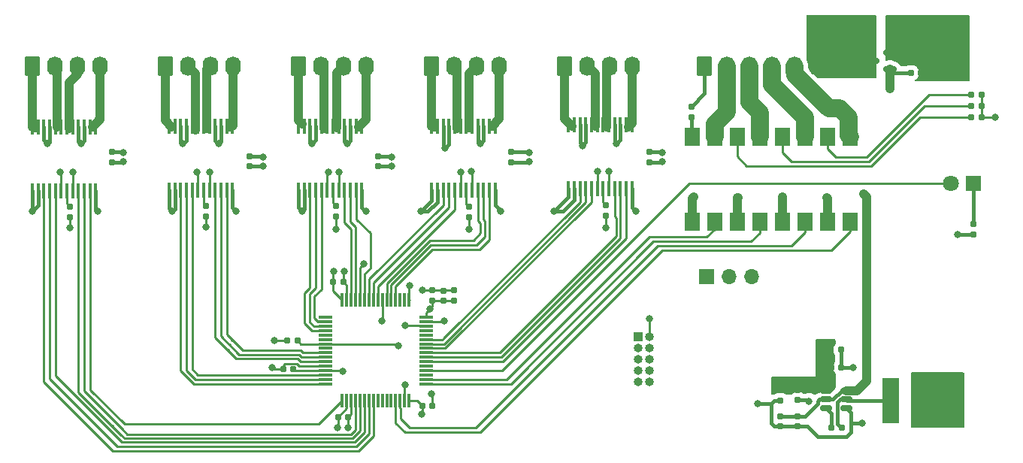
<source format=gbr>
%TF.GenerationSoftware,KiCad,Pcbnew,(5.99.0-8593-g9f18fee124)*%
%TF.CreationDate,2021-02-26T16:48:12-06:00*%
%TF.ProjectId,EE223_Design,45453232-335f-4446-9573-69676e2e6b69,rev?*%
%TF.SameCoordinates,Original*%
%TF.FileFunction,Copper,L1,Top*%
%TF.FilePolarity,Positive*%
%FSLAX46Y46*%
G04 Gerber Fmt 4.6, Leading zero omitted, Abs format (unit mm)*
G04 Created by KiCad (PCBNEW (5.99.0-8593-g9f18fee124)) date 2021-02-26 16:48:12*
%MOMM*%
%LPD*%
G01*
G04 APERTURE LIST*
G04 Aperture macros list*
%AMRoundRect*
0 Rectangle with rounded corners*
0 $1 Rounding radius*
0 $2 $3 $4 $5 $6 $7 $8 $9 X,Y pos of 4 corners*
0 Add a 4 corners polygon primitive as box body*
4,1,4,$2,$3,$4,$5,$6,$7,$8,$9,$2,$3,0*
0 Add four circle primitives for the rounded corners*
1,1,$1+$1,$2,$3*
1,1,$1+$1,$4,$5*
1,1,$1+$1,$6,$7*
1,1,$1+$1,$8,$9*
0 Add four rect primitives between the rounded corners*
20,1,$1+$1,$2,$3,$4,$5,0*
20,1,$1+$1,$4,$5,$6,$7,0*
20,1,$1+$1,$6,$7,$8,$9,0*
20,1,$1+$1,$8,$9,$2,$3,0*%
G04 Aperture macros list end*
%TA.AperFunction,ComponentPad*%
%ADD10RoundRect,0.250000X-0.620000X-0.845000X0.620000X-0.845000X0.620000X0.845000X-0.620000X0.845000X0*%
%TD*%
%TA.AperFunction,ComponentPad*%
%ADD11O,1.740000X2.190000*%
%TD*%
%TA.AperFunction,SMDPad,CuDef*%
%ADD12RoundRect,0.155000X0.155000X-0.212500X0.155000X0.212500X-0.155000X0.212500X-0.155000X-0.212500X0*%
%TD*%
%TA.AperFunction,SMDPad,CuDef*%
%ADD13RoundRect,0.150000X0.587500X0.150000X-0.587500X0.150000X-0.587500X-0.150000X0.587500X-0.150000X0*%
%TD*%
%TA.AperFunction,SMDPad,CuDef*%
%ADD14RoundRect,0.160000X0.160000X-0.197500X0.160000X0.197500X-0.160000X0.197500X-0.160000X-0.197500X0*%
%TD*%
%TA.AperFunction,SMDPad,CuDef*%
%ADD15RoundRect,0.155000X-0.155000X0.212500X-0.155000X-0.212500X0.155000X-0.212500X0.155000X0.212500X0*%
%TD*%
%TA.AperFunction,SMDPad,CuDef*%
%ADD16RoundRect,0.155000X-0.212500X-0.155000X0.212500X-0.155000X0.212500X0.155000X-0.212500X0.155000X0*%
%TD*%
%TA.AperFunction,SMDPad,CuDef*%
%ADD17RoundRect,0.160000X-0.197500X-0.160000X0.197500X-0.160000X0.197500X0.160000X-0.197500X0.160000X0*%
%TD*%
%TA.AperFunction,SMDPad,CuDef*%
%ADD18RoundRect,0.155000X0.212500X0.155000X-0.212500X0.155000X-0.212500X-0.155000X0.212500X-0.155000X0*%
%TD*%
%TA.AperFunction,SMDPad,CuDef*%
%ADD19R,1.780000X2.000000*%
%TD*%
%TA.AperFunction,SMDPad,CuDef*%
%ADD20R,0.450000X1.750000*%
%TD*%
%TA.AperFunction,SMDPad,CuDef*%
%ADD21RoundRect,0.150000X0.512500X0.150000X-0.512500X0.150000X-0.512500X-0.150000X0.512500X-0.150000X0*%
%TD*%
%TA.AperFunction,ComponentPad*%
%ADD22R,1.000000X1.000000*%
%TD*%
%TA.AperFunction,ComponentPad*%
%ADD23O,1.000000X1.000000*%
%TD*%
%TA.AperFunction,SMDPad,CuDef*%
%ADD24RoundRect,0.160000X0.197500X0.160000X-0.197500X0.160000X-0.197500X-0.160000X0.197500X-0.160000X0*%
%TD*%
%TA.AperFunction,ComponentPad*%
%ADD25R,1.700000X1.700000*%
%TD*%
%TA.AperFunction,ComponentPad*%
%ADD26O,1.700000X1.700000*%
%TD*%
%TA.AperFunction,SMDPad,CuDef*%
%ADD27R,1.900000X5.100000*%
%TD*%
%TA.AperFunction,SMDPad,CuDef*%
%ADD28RoundRect,0.075000X-0.700000X-0.075000X0.700000X-0.075000X0.700000X0.075000X-0.700000X0.075000X0*%
%TD*%
%TA.AperFunction,SMDPad,CuDef*%
%ADD29RoundRect,0.075000X-0.075000X-0.700000X0.075000X-0.700000X0.075000X0.700000X-0.075000X0.700000X0*%
%TD*%
%TA.AperFunction,ComponentPad*%
%ADD30R,1.800000X1.800000*%
%TD*%
%TA.AperFunction,ComponentPad*%
%ADD31C,1.800000*%
%TD*%
%TA.AperFunction,SMDPad,CuDef*%
%ADD32RoundRect,0.160000X-0.160000X0.197500X-0.160000X-0.197500X0.160000X-0.197500X0.160000X0.197500X0*%
%TD*%
%TA.AperFunction,ViaPad*%
%ADD33C,0.800000*%
%TD*%
%TA.AperFunction,Conductor*%
%ADD34C,1.000000*%
%TD*%
%TA.AperFunction,Conductor*%
%ADD35C,2.000000*%
%TD*%
%TA.AperFunction,Conductor*%
%ADD36C,0.400000*%
%TD*%
%TA.AperFunction,Conductor*%
%ADD37C,0.250000*%
%TD*%
G04 APERTURE END LIST*
D10*
%TO.P,J6,1,Pin_1*%
%TO.N,Net-(J6-Pad1)*%
X70000000Y-41250000D03*
D11*
%TO.P,J6,2,Pin_2*%
%TO.N,Net-(J6-Pad2)*%
X72540000Y-41250000D03*
%TO.P,J6,3,Pin_3*%
%TO.N,Net-(J6-Pad3)*%
X75080000Y-41250000D03*
%TO.P,J6,4,Pin_4*%
%TO.N,Net-(J6-Pad4)*%
X77620000Y-41250000D03*
%TD*%
D12*
%TO.P,C8,1*%
%TO.N,+3V3*%
X101300000Y-67700000D03*
%TO.P,C8,2*%
%TO.N,GND*%
X101300000Y-66565000D03*
%TD*%
D13*
%TO.P,Q1,1,G*%
%TO.N,GND*%
X151600000Y-41600000D03*
%TO.P,Q1,2,S*%
%TO.N,V_MOTOR*%
X151600000Y-39700000D03*
%TO.P,Q1,3,D*%
%TO.N,+12V*%
X149725000Y-40650000D03*
%TD*%
D14*
%TO.P,R12,1*%
%TO.N,+3V3*%
X89200000Y-58200000D03*
%TO.P,R12,2*%
%TO.N,Net-(R12-Pad2)*%
X89200000Y-57005000D03*
%TD*%
%TO.P,R6,1*%
%TO.N,Net-(R6-Pad1)*%
X129250000Y-47000000D03*
%TO.P,R6,2*%
%TO.N,GND*%
X129250000Y-45805000D03*
%TD*%
D15*
%TO.P,C1,1*%
%TO.N,V_MOTOR*%
X141250000Y-80682500D03*
%TO.P,C1,2*%
%TO.N,GND*%
X141250000Y-81817500D03*
%TD*%
D16*
%TO.P,C10,1*%
%TO.N,+3V3*%
X98932500Y-79500000D03*
%TO.P,C10,2*%
%TO.N,GND*%
X100067500Y-79500000D03*
%TD*%
D15*
%TO.P,C2,1*%
%TO.N,V_MOTOR*%
X139250000Y-80682500D03*
%TO.P,C2,2*%
%TO.N,GND*%
X139250000Y-81817500D03*
%TD*%
D17*
%TO.P,R13,1*%
%TO.N,+3V3*%
X83702500Y-72200000D03*
%TO.P,R13,2*%
%TO.N,NRST*%
X84897500Y-72200000D03*
%TD*%
D18*
%TO.P,C6,1*%
%TO.N,+3V3*%
X146167500Y-75200000D03*
%TO.P,C6,2*%
%TO.N,Net-(C5-Pad2)*%
X145032500Y-75200000D03*
%TD*%
D17*
%TO.P,R5,1*%
%TO.N,Net-(R5-Pad1)*%
X160750000Y-47000000D03*
%TO.P,R5,2*%
%TO.N,GND*%
X161945000Y-47000000D03*
%TD*%
D19*
%TO.P,U2,1*%
%TO.N,Net-(J2-Pad5)*%
X147140000Y-49235000D03*
%TO.P,U2,2*%
%TO.N,Net-(R3-Pad1)*%
X144600000Y-49235000D03*
%TO.P,U2,3*%
%TO.N,Net-(J2-Pad4)*%
X142060000Y-49235000D03*
%TO.P,U2,4*%
%TO.N,Net-(R4-Pad1)*%
X139520000Y-49235000D03*
%TO.P,U2,5*%
%TO.N,Net-(J2-Pad3)*%
X136980000Y-49235000D03*
%TO.P,U2,6*%
%TO.N,Net-(R5-Pad1)*%
X134440000Y-49235000D03*
%TO.P,U2,7*%
%TO.N,Net-(J2-Pad2)*%
X131900000Y-49235000D03*
%TO.P,U2,8*%
%TO.N,Net-(R6-Pad1)*%
X129360000Y-49235000D03*
%TO.P,U2,9*%
%TO.N,GND*%
X129360000Y-58765000D03*
%TO.P,U2,10*%
%TO.N,PEDAL4*%
X131900000Y-58765000D03*
%TO.P,U2,11*%
%TO.N,GND*%
X134440000Y-58765000D03*
%TO.P,U2,12*%
%TO.N,PEDAL3*%
X136980000Y-58765000D03*
%TO.P,U2,13*%
%TO.N,GND*%
X139520000Y-58765000D03*
%TO.P,U2,14*%
%TO.N,PEDAL2*%
X142060000Y-58765000D03*
%TO.P,U2,15*%
%TO.N,GND*%
X144600000Y-58765000D03*
%TO.P,U2,16*%
%TO.N,PEDAL1*%
X147140000Y-58765000D03*
%TD*%
D14*
%TO.P,R7,1*%
%TO.N,GND*%
X161000000Y-60250000D03*
%TO.P,R7,2*%
%TO.N,Net-(D1-Pad1)*%
X161000000Y-59055000D03*
%TD*%
%TO.P,R9,1*%
%TO.N,+3V3*%
X59250000Y-58250000D03*
%TO.P,R9,2*%
%TO.N,Net-(R9-Pad2)*%
X59250000Y-57055000D03*
%TD*%
D12*
%TO.P,C7,1*%
%TO.N,+3V3*%
X100100000Y-67667500D03*
%TO.P,C7,2*%
%TO.N,GND*%
X100100000Y-66532500D03*
%TD*%
D20*
%TO.P,U4,1,AO1*%
%TO.N,Net-(J3-Pad4)*%
X107150000Y-48000000D03*
%TO.P,U4,2,AO1*%
X106500000Y-48000000D03*
%TO.P,U4,3,PGND1*%
%TO.N,GND*%
X105850000Y-48000000D03*
%TO.P,U4,4,PGND1*%
X105200000Y-48000000D03*
%TO.P,U4,5,AO2*%
%TO.N,Net-(J3-Pad3)*%
X104550000Y-48000000D03*
%TO.P,U4,6,AO2*%
X103900000Y-48000000D03*
%TO.P,U4,7,BO2*%
%TO.N,Net-(J3-Pad2)*%
X103250000Y-48000000D03*
%TO.P,U4,8,BO2*%
X102600000Y-48000000D03*
%TO.P,U4,9,PGND2*%
%TO.N,GND*%
X101950000Y-48000000D03*
%TO.P,U4,10,PGND2*%
X101300000Y-48000000D03*
%TO.P,U4,11,BO1*%
%TO.N,Net-(J3-Pad1)*%
X100650000Y-48000000D03*
%TO.P,U4,12,BO1*%
X100000000Y-48000000D03*
%TO.P,U4,13,VM2*%
%TO.N,V_MOTOR*%
X100000000Y-55200000D03*
%TO.P,U4,14,VM3*%
X100650000Y-55200000D03*
%TO.P,U4,15,PWMB*%
%TO.N,M4_PWM_B*%
X101300000Y-55200000D03*
%TO.P,U4,16,BIN2*%
%TO.N,M4_B2*%
X101950000Y-55200000D03*
%TO.P,U4,17,BIN1*%
%TO.N,M4_B1*%
X102600000Y-55200000D03*
%TO.P,U4,18,GND*%
%TO.N,GND*%
X103250000Y-55200000D03*
%TO.P,U4,19,STBY*%
%TO.N,Net-(R8-Pad2)*%
X103900000Y-55200000D03*
%TO.P,U4,20,VCC*%
%TO.N,+3V3*%
X104550000Y-55200000D03*
%TO.P,U4,21,AIN1*%
%TO.N,M4_A1*%
X105200000Y-55200000D03*
%TO.P,U4,22,AIN2*%
%TO.N,M4_A2*%
X105850000Y-55200000D03*
%TO.P,U4,23,PWMA*%
%TO.N,M4_PWM_A*%
X106500000Y-55200000D03*
%TO.P,U4,24,VM1*%
%TO.N,V_MOTOR*%
X107150000Y-55200000D03*
%TD*%
D12*
%TO.P,C18,1*%
%TO.N,+3V3*%
X94000000Y-52567500D03*
%TO.P,C18,2*%
%TO.N,GND*%
X94000000Y-51432500D03*
%TD*%
D10*
%TO.P,J4,1,Pin_1*%
%TO.N,Net-(U5-Pad11)*%
X55000000Y-41250000D03*
D11*
%TO.P,J4,2,Pin_2*%
%TO.N,Net-(U5-Pad7)*%
X57540000Y-41250000D03*
%TO.P,J4,3,Pin_3*%
%TO.N,Net-(U5-Pad5)*%
X60080000Y-41250000D03*
%TO.P,J4,4,Pin_4*%
%TO.N,Net-(U5-Pad1)*%
X62620000Y-41250000D03*
%TD*%
D16*
%TO.P,C13,1*%
%TO.N,+3V3*%
X88932500Y-65600000D03*
%TO.P,C13,2*%
%TO.N,GND*%
X90067500Y-65600000D03*
%TD*%
D14*
%TO.P,R11,1*%
%TO.N,+3V3*%
X74600000Y-58200000D03*
%TO.P,R11,2*%
%TO.N,Net-(R11-Pad2)*%
X74600000Y-57005000D03*
%TD*%
%TO.P,R10,1*%
%TO.N,+3V3*%
X119600000Y-58100000D03*
%TO.P,R10,2*%
%TO.N,Net-(R10-Pad2)*%
X119600000Y-56905000D03*
%TD*%
D12*
%TO.P,C17,1*%
%TO.N,+3V3*%
X79500000Y-52567500D03*
%TO.P,C17,2*%
%TO.N,GND*%
X79500000Y-51432500D03*
%TD*%
D10*
%TO.P,J5,1,Pin_1*%
%TO.N,Net-(J5-Pad1)*%
X115000000Y-41250000D03*
D11*
%TO.P,J5,2,Pin_2*%
%TO.N,Net-(J5-Pad2)*%
X117540000Y-41250000D03*
%TO.P,J5,3,Pin_3*%
%TO.N,Net-(J5-Pad3)*%
X120080000Y-41250000D03*
%TO.P,J5,4,Pin_4*%
%TO.N,Net-(J5-Pad4)*%
X122620000Y-41250000D03*
%TD*%
D18*
%TO.P,C3,1*%
%TO.N,V_MOTOR*%
X155135000Y-42000000D03*
%TO.P,C3,2*%
%TO.N,GND*%
X154000000Y-42000000D03*
%TD*%
D20*
%TO.P,U7,1,AO1*%
%TO.N,Net-(J6-Pad4)*%
X77575000Y-48000000D03*
%TO.P,U7,2,AO1*%
X76925000Y-48000000D03*
%TO.P,U7,3,PGND1*%
%TO.N,GND*%
X76275000Y-48000000D03*
%TO.P,U7,4,PGND1*%
X75625000Y-48000000D03*
%TO.P,U7,5,AO2*%
%TO.N,Net-(J6-Pad3)*%
X74975000Y-48000000D03*
%TO.P,U7,6,AO2*%
X74325000Y-48000000D03*
%TO.P,U7,7,BO2*%
%TO.N,Net-(J6-Pad2)*%
X73675000Y-48000000D03*
%TO.P,U7,8,BO2*%
X73025000Y-48000000D03*
%TO.P,U7,9,PGND2*%
%TO.N,GND*%
X72375000Y-48000000D03*
%TO.P,U7,10,PGND2*%
X71725000Y-48000000D03*
%TO.P,U7,11,BO1*%
%TO.N,Net-(J6-Pad1)*%
X71075000Y-48000000D03*
%TO.P,U7,12,BO1*%
X70425000Y-48000000D03*
%TO.P,U7,13,VM2*%
%TO.N,V_MOTOR*%
X70425000Y-55200000D03*
%TO.P,U7,14,VM3*%
X71075000Y-55200000D03*
%TO.P,U7,15,PWMB*%
%TO.N,M2_PWM_B*%
X71725000Y-55200000D03*
%TO.P,U7,16,BIN2*%
%TO.N,M2_B2*%
X72375000Y-55200000D03*
%TO.P,U7,17,BIN1*%
%TO.N,M2_B1*%
X73025000Y-55200000D03*
%TO.P,U7,18,GND*%
%TO.N,GND*%
X73675000Y-55200000D03*
%TO.P,U7,19,STBY*%
%TO.N,Net-(R11-Pad2)*%
X74325000Y-55200000D03*
%TO.P,U7,20,VCC*%
%TO.N,+3V3*%
X74975000Y-55200000D03*
%TO.P,U7,21,AIN1*%
%TO.N,M2_A1*%
X75625000Y-55200000D03*
%TO.P,U7,22,AIN2*%
%TO.N,M2_A2*%
X76275000Y-55200000D03*
%TO.P,U7,23,PWMA*%
%TO.N,M2_PWM_A*%
X76925000Y-55200000D03*
%TO.P,U7,24,VM1*%
%TO.N,V_MOTOR*%
X77575000Y-55200000D03*
%TD*%
D12*
%TO.P,C5,1*%
%TO.N,+3V3*%
X141250000Y-78885000D03*
%TO.P,C5,2*%
%TO.N,Net-(C5-Pad2)*%
X141250000Y-77750000D03*
%TD*%
D21*
%TO.P,U1,1,GND*%
%TO.N,GND*%
X146737500Y-79750000D03*
%TO.P,U1,2,SW*%
%TO.N,Net-(C4-Pad1)*%
X146737500Y-78800000D03*
%TO.P,U1,3,VIN*%
%TO.N,V_MOTOR*%
X146737500Y-77850000D03*
%TO.P,U1,4,VFB*%
%TO.N,Net-(C5-Pad2)*%
X144462500Y-77850000D03*
%TO.P,U1,5,EN*%
%TO.N,V_MOTOR*%
X144462500Y-78800000D03*
%TO.P,U1,6,VBST*%
%TO.N,Net-(C4-Pad2)*%
X144462500Y-79750000D03*
%TD*%
D18*
%TO.P,C4,1*%
%TO.N,Net-(C4-Pad1)*%
X146200000Y-82000000D03*
%TO.P,C4,2*%
%TO.N,Net-(C4-Pad2)*%
X145065000Y-82000000D03*
%TD*%
D20*
%TO.P,U8,1,AO1*%
%TO.N,Net-(J7-Pad4)*%
X92150000Y-48000000D03*
%TO.P,U8,2,AO1*%
X91500000Y-48000000D03*
%TO.P,U8,3,PGND1*%
%TO.N,GND*%
X90850000Y-48000000D03*
%TO.P,U8,4,PGND1*%
X90200000Y-48000000D03*
%TO.P,U8,5,AO2*%
%TO.N,Net-(J7-Pad3)*%
X89550000Y-48000000D03*
%TO.P,U8,6,AO2*%
X88900000Y-48000000D03*
%TO.P,U8,7,BO2*%
%TO.N,Net-(J7-Pad2)*%
X88250000Y-48000000D03*
%TO.P,U8,8,BO2*%
X87600000Y-48000000D03*
%TO.P,U8,9,PGND2*%
%TO.N,GND*%
X86950000Y-48000000D03*
%TO.P,U8,10,PGND2*%
X86300000Y-48000000D03*
%TO.P,U8,11,BO1*%
%TO.N,Net-(J7-Pad1)*%
X85650000Y-48000000D03*
%TO.P,U8,12,BO1*%
X85000000Y-48000000D03*
%TO.P,U8,13,VM2*%
%TO.N,V_MOTOR*%
X85000000Y-55200000D03*
%TO.P,U8,14,VM3*%
X85650000Y-55200000D03*
%TO.P,U8,15,PWMB*%
%TO.N,M3_PWM_B*%
X86300000Y-55200000D03*
%TO.P,U8,16,BIN2*%
%TO.N,M3_B2*%
X86950000Y-55200000D03*
%TO.P,U8,17,BIN1*%
%TO.N,M3_B1*%
X87600000Y-55200000D03*
%TO.P,U8,18,GND*%
%TO.N,GND*%
X88250000Y-55200000D03*
%TO.P,U8,19,STBY*%
%TO.N,Net-(R12-Pad2)*%
X88900000Y-55200000D03*
%TO.P,U8,20,VCC*%
%TO.N,+3V3*%
X89550000Y-55200000D03*
%TO.P,U8,21,AIN1*%
%TO.N,M3_A1*%
X90200000Y-55200000D03*
%TO.P,U8,22,AIN2*%
%TO.N,M3_A2*%
X90850000Y-55200000D03*
%TO.P,U8,23,PWMA*%
%TO.N,M3_PWM_A*%
X91500000Y-55200000D03*
%TO.P,U8,24,VM1*%
%TO.N,V_MOTOR*%
X92150000Y-55200000D03*
%TD*%
D14*
%TO.P,R8,1*%
%TO.N,+3V3*%
X104200000Y-58300000D03*
%TO.P,R8,2*%
%TO.N,Net-(R8-Pad2)*%
X104200000Y-57105000D03*
%TD*%
D22*
%TO.P,J1,1,Pin_1*%
%TO.N,+3V3*%
X123250000Y-71750000D03*
D23*
%TO.P,J1,2,Pin_2*%
%TO.N,SWDIO*%
X124520000Y-71750000D03*
%TO.P,J1,3,Pin_3*%
%TO.N,GND*%
X123250000Y-73020000D03*
%TO.P,J1,4,Pin_4*%
%TO.N,SWCLK*%
X124520000Y-73020000D03*
%TO.P,J1,5,Pin_5*%
%TO.N,GND*%
X123250000Y-74290000D03*
%TO.P,J1,6,Pin_6*%
%TO.N,SWO*%
X124520000Y-74290000D03*
%TO.P,J1,7,Pin_7*%
%TO.N,unconnected-(J1-Pad7)*%
X123250000Y-75560000D03*
%TO.P,J1,8,Pin_8*%
%TO.N,unconnected-(J1-Pad8)*%
X124520000Y-75560000D03*
%TO.P,J1,9,Pin_9*%
%TO.N,GND*%
X123250000Y-76830000D03*
%TO.P,J1,10,Pin_10*%
%TO.N,NRST*%
X124520000Y-76830000D03*
%TD*%
D12*
%TO.P,C14,1*%
%TO.N,+3V3*%
X109000000Y-52067500D03*
%TO.P,C14,2*%
%TO.N,GND*%
X109000000Y-50932500D03*
%TD*%
D10*
%TO.P,J3,1,Pin_1*%
%TO.N,Net-(J3-Pad1)*%
X100000000Y-41250000D03*
D11*
%TO.P,J3,2,Pin_2*%
%TO.N,Net-(J3-Pad2)*%
X102540000Y-41250000D03*
%TO.P,J3,3,Pin_3*%
%TO.N,Net-(J3-Pad3)*%
X105080000Y-41250000D03*
%TO.P,J3,4,Pin_4*%
%TO.N,Net-(J3-Pad4)*%
X107620000Y-41250000D03*
%TD*%
D18*
%TO.P,C11,1*%
%TO.N,+3V3*%
X90600000Y-80800000D03*
%TO.P,C11,2*%
%TO.N,GND*%
X89465000Y-80800000D03*
%TD*%
D20*
%TO.P,U5,1,AO1*%
%TO.N,Net-(U5-Pad1)*%
X62175000Y-48100000D03*
%TO.P,U5,2,AO1*%
X61525000Y-48100000D03*
%TO.P,U5,3,PGND1*%
%TO.N,GND*%
X60875000Y-48100000D03*
%TO.P,U5,4,PGND1*%
X60225000Y-48100000D03*
%TO.P,U5,5,AO2*%
%TO.N,Net-(U5-Pad5)*%
X59575000Y-48100000D03*
%TO.P,U5,6,AO2*%
X58925000Y-48100000D03*
%TO.P,U5,7,BO2*%
%TO.N,Net-(U5-Pad7)*%
X58275000Y-48100000D03*
%TO.P,U5,8,BO2*%
X57625000Y-48100000D03*
%TO.P,U5,9,PGND2*%
%TO.N,GND*%
X56975000Y-48100000D03*
%TO.P,U5,10,PGND2*%
X56325000Y-48100000D03*
%TO.P,U5,11,BO1*%
%TO.N,Net-(U5-Pad11)*%
X55675000Y-48100000D03*
%TO.P,U5,12,BO1*%
X55025000Y-48100000D03*
%TO.P,U5,13,VM2*%
%TO.N,V_MOTOR*%
X55025000Y-55300000D03*
%TO.P,U5,14,VM3*%
X55675000Y-55300000D03*
%TO.P,U5,15,PWMB*%
%TO.N,M1_PWM_B*%
X56325000Y-55300000D03*
%TO.P,U5,16,BIN2*%
%TO.N,M1_B2*%
X56975000Y-55300000D03*
%TO.P,U5,17,BIN1*%
%TO.N,M1_B1*%
X57625000Y-55300000D03*
%TO.P,U5,18,GND*%
%TO.N,GND*%
X58275000Y-55300000D03*
%TO.P,U5,19,STBY*%
%TO.N,Net-(R9-Pad2)*%
X58925000Y-55300000D03*
%TO.P,U5,20,VCC*%
%TO.N,+3V3*%
X59575000Y-55300000D03*
%TO.P,U5,21,AIN1*%
%TO.N,M1_A1*%
X60225000Y-55300000D03*
%TO.P,U5,22,AIN2*%
%TO.N,M1_A2*%
X60875000Y-55300000D03*
%TO.P,U5,23,PWMA*%
%TO.N,M1_PWM_A*%
X61525000Y-55300000D03*
%TO.P,U5,24,VM1*%
%TO.N,V_MOTOR*%
X62175000Y-55300000D03*
%TD*%
D10*
%TO.P,J2,1,Pin_1*%
%TO.N,GND*%
X130750000Y-41250000D03*
D11*
%TO.P,J2,2,Pin_2*%
%TO.N,Net-(J2-Pad2)*%
X133290000Y-41250000D03*
%TO.P,J2,3,Pin_3*%
%TO.N,Net-(J2-Pad3)*%
X135830000Y-41250000D03*
%TO.P,J2,4,Pin_4*%
%TO.N,Net-(J2-Pad4)*%
X138370000Y-41250000D03*
%TO.P,J2,5,Pin_5*%
%TO.N,Net-(J2-Pad5)*%
X140910000Y-41250000D03*
%TO.P,J2,6,Pin_6*%
%TO.N,+12V*%
X143450000Y-41250000D03*
%TD*%
D20*
%TO.P,U6,1,AO1*%
%TO.N,Net-(J5-Pad4)*%
X122575000Y-47900000D03*
%TO.P,U6,2,AO1*%
X121925000Y-47900000D03*
%TO.P,U6,3,PGND1*%
%TO.N,GND*%
X121275000Y-47900000D03*
%TO.P,U6,4,PGND1*%
X120625000Y-47900000D03*
%TO.P,U6,5,AO2*%
%TO.N,Net-(J5-Pad3)*%
X119975000Y-47900000D03*
%TO.P,U6,6,AO2*%
X119325000Y-47900000D03*
%TO.P,U6,7,BO2*%
%TO.N,Net-(J5-Pad2)*%
X118675000Y-47900000D03*
%TO.P,U6,8,BO2*%
X118025000Y-47900000D03*
%TO.P,U6,9,PGND2*%
%TO.N,GND*%
X117375000Y-47900000D03*
%TO.P,U6,10,PGND2*%
X116725000Y-47900000D03*
%TO.P,U6,11,BO1*%
%TO.N,Net-(J5-Pad1)*%
X116075000Y-47900000D03*
%TO.P,U6,12,BO1*%
X115425000Y-47900000D03*
%TO.P,U6,13,VM2*%
%TO.N,V_MOTOR*%
X115425000Y-55100000D03*
%TO.P,U6,14,VM3*%
X116075000Y-55100000D03*
%TO.P,U6,15,PWMB*%
%TO.N,M5_PWM_B*%
X116725000Y-55100000D03*
%TO.P,U6,16,BIN2*%
%TO.N,M5_B2*%
X117375000Y-55100000D03*
%TO.P,U6,17,BIN1*%
%TO.N,M5_B1*%
X118025000Y-55100000D03*
%TO.P,U6,18,GND*%
%TO.N,GND*%
X118675000Y-55100000D03*
%TO.P,U6,19,STBY*%
%TO.N,Net-(R10-Pad2)*%
X119325000Y-55100000D03*
%TO.P,U6,20,VCC*%
%TO.N,+3V3*%
X119975000Y-55100000D03*
%TO.P,U6,21,AIN1*%
%TO.N,M5_A1*%
X120625000Y-55100000D03*
%TO.P,U6,22,AIN2*%
%TO.N,M5_A2*%
X121275000Y-55100000D03*
%TO.P,U6,23,PWMA*%
%TO.N,M5_PWM_A*%
X121925000Y-55100000D03*
%TO.P,U6,24,VM1*%
%TO.N,V_MOTOR*%
X122575000Y-55100000D03*
%TD*%
D24*
%TO.P,R1,1*%
%TO.N,+3V3*%
X146167500Y-73200000D03*
%TO.P,R1,2*%
%TO.N,Net-(C5-Pad2)*%
X144972500Y-73200000D03*
%TD*%
D17*
%TO.P,R4,1*%
%TO.N,Net-(R4-Pad1)*%
X160750000Y-45750000D03*
%TO.P,R4,2*%
%TO.N,GND*%
X161945000Y-45750000D03*
%TD*%
D10*
%TO.P,J7,1,Pin_1*%
%TO.N,Net-(J7-Pad1)*%
X85000000Y-41250000D03*
D11*
%TO.P,J7,2,Pin_2*%
%TO.N,Net-(J7-Pad2)*%
X87540000Y-41250000D03*
%TO.P,J7,3,Pin_3*%
%TO.N,Net-(J7-Pad3)*%
X90080000Y-41250000D03*
%TO.P,J7,4,Pin_4*%
%TO.N,Net-(J7-Pad4)*%
X92620000Y-41250000D03*
%TD*%
D25*
%TO.P,JP1,1,A*%
%TO.N,+3V3*%
X131000000Y-65000000D03*
D26*
%TO.P,JP1,2,C*%
%TO.N,BOOT0*%
X133540000Y-65000000D03*
%TO.P,JP1,3,B*%
%TO.N,GND*%
X136080000Y-65000000D03*
%TD*%
D17*
%TO.P,R3,1*%
%TO.N,Net-(R3-Pad1)*%
X160750000Y-44500000D03*
%TO.P,R3,2*%
%TO.N,GND*%
X161945000Y-44500000D03*
%TD*%
D12*
%TO.P,C9,1*%
%TO.N,+3V3*%
X102500000Y-67667500D03*
%TO.P,C9,2*%
%TO.N,GND*%
X102500000Y-66532500D03*
%TD*%
D27*
%TO.P,L1,1*%
%TO.N,Net-(C4-Pad1)*%
X151750000Y-78900000D03*
%TO.P,L1,2*%
%TO.N,+3V3*%
X155950000Y-78900000D03*
%TD*%
D28*
%TO.P,U3,1,VBAT*%
%TO.N,unconnected-(U3-Pad1)*%
X88025000Y-69550000D03*
%TO.P,U3,2,PC13*%
%TO.N,M3_B1*%
X88025000Y-70050000D03*
%TO.P,U3,3,PC14*%
%TO.N,M3_B2*%
X88025000Y-70550000D03*
%TO.P,U3,4,PC15*%
%TO.N,M3_PWM_B*%
X88025000Y-71050000D03*
%TO.P,U3,5,PD0*%
%TO.N,unconnected-(U3-Pad5)*%
X88025000Y-71550000D03*
%TO.P,U3,6,PD1*%
%TO.N,unconnected-(U3-Pad6)*%
X88025000Y-72050000D03*
%TO.P,U3,7,NRST*%
%TO.N,NRST*%
X88025000Y-72550000D03*
%TO.P,U3,8,PC0*%
%TO.N,unconnected-(U3-Pad8)*%
X88025000Y-73050000D03*
%TO.P,U3,9,PC1*%
%TO.N,M2_PWM_A*%
X88025000Y-73550000D03*
%TO.P,U3,10,PC2*%
%TO.N,M2_A2*%
X88025000Y-74050000D03*
%TO.P,U3,11,PC3*%
%TO.N,M2_A1*%
X88025000Y-74550000D03*
%TO.P,U3,12,VSSA*%
%TO.N,GND*%
X88025000Y-75050000D03*
%TO.P,U3,13,VDDA*%
%TO.N,+3V3*%
X88025000Y-75550000D03*
%TO.P,U3,14,PA0*%
%TO.N,M2_B1*%
X88025000Y-76050000D03*
%TO.P,U3,15,PA1*%
%TO.N,M2_B2*%
X88025000Y-76550000D03*
%TO.P,U3,16,PA2*%
%TO.N,M2_PWM_B*%
X88025000Y-77050000D03*
D29*
%TO.P,U3,17,PA3*%
%TO.N,M1_PWM_A*%
X89950000Y-78975000D03*
%TO.P,U3,18,VSS*%
%TO.N,GND*%
X90450000Y-78975000D03*
%TO.P,U3,19,VDD*%
%TO.N,+3V3*%
X90950000Y-78975000D03*
%TO.P,U3,20,PA4*%
%TO.N,M1_A2*%
X91450000Y-78975000D03*
%TO.P,U3,21,PA5*%
%TO.N,M1_A1*%
X91950000Y-78975000D03*
%TO.P,U3,22,PA6*%
%TO.N,M1_B1*%
X92450000Y-78975000D03*
%TO.P,U3,23,PA7*%
%TO.N,M1_B2*%
X92950000Y-78975000D03*
%TO.P,U3,24,PC4*%
%TO.N,M1_PWM_B*%
X93450000Y-78975000D03*
%TO.P,U3,25,PC5*%
%TO.N,unconnected-(U3-Pad25)*%
X93950000Y-78975000D03*
%TO.P,U3,26,PB0*%
%TO.N,unconnected-(U3-Pad26)*%
X94450000Y-78975000D03*
%TO.P,U3,27,PB1*%
%TO.N,unconnected-(U3-Pad27)*%
X94950000Y-78975000D03*
%TO.P,U3,28,PB2*%
%TO.N,unconnected-(U3-Pad28)*%
X95450000Y-78975000D03*
%TO.P,U3,29,PB10*%
%TO.N,PEDAL1*%
X95950000Y-78975000D03*
%TO.P,U3,30,PB11*%
%TO.N,PEDAL2*%
X96450000Y-78975000D03*
%TO.P,U3,31,VSS*%
%TO.N,GND*%
X96950000Y-78975000D03*
%TO.P,U3,32,VDD*%
%TO.N,+3V3*%
X97450000Y-78975000D03*
D28*
%TO.P,U3,33,PB12*%
%TO.N,PEDAL3*%
X99375000Y-77050000D03*
%TO.P,U3,34,PB13*%
%TO.N,PEDAL4*%
X99375000Y-76550000D03*
%TO.P,U3,35,PB14*%
%TO.N,unconnected-(U3-Pad35)*%
X99375000Y-76050000D03*
%TO.P,U3,36,PB15*%
%TO.N,Net-(D1-Pad2)*%
X99375000Y-75550000D03*
%TO.P,U3,37,PC6*%
%TO.N,unconnected-(U3-Pad37)*%
X99375000Y-75050000D03*
%TO.P,U3,38,PC7*%
%TO.N,M5_PWM_A*%
X99375000Y-74550000D03*
%TO.P,U3,39,PC8*%
%TO.N,M5_A2*%
X99375000Y-74050000D03*
%TO.P,U3,40,PC9*%
%TO.N,M5_A1*%
X99375000Y-73550000D03*
%TO.P,U3,41,PA8*%
%TO.N,M5_B1*%
X99375000Y-73050000D03*
%TO.P,U3,42,PA9*%
%TO.N,M5_B2*%
X99375000Y-72550000D03*
%TO.P,U3,43,PA10*%
%TO.N,M5_PWM_B*%
X99375000Y-72050000D03*
%TO.P,U3,44,PA11*%
%TO.N,USB_D-*%
X99375000Y-71550000D03*
%TO.P,U3,45,PA12*%
%TO.N,USB_D+*%
X99375000Y-71050000D03*
%TO.P,U3,46,PA13*%
%TO.N,SWDIO*%
X99375000Y-70550000D03*
%TO.P,U3,47,VSS*%
%TO.N,GND*%
X99375000Y-70050000D03*
%TO.P,U3,48,VDD*%
%TO.N,+3V3*%
X99375000Y-69550000D03*
D29*
%TO.P,U3,49,PA14*%
%TO.N,SWCLK*%
X97450000Y-67625000D03*
%TO.P,U3,50,PA15*%
%TO.N,unconnected-(U3-Pad50)*%
X96950000Y-67625000D03*
%TO.P,U3,51,PC10*%
%TO.N,unconnected-(U3-Pad51)*%
X96450000Y-67625000D03*
%TO.P,U3,52,PC11*%
%TO.N,M4_PWM_A*%
X95950000Y-67625000D03*
%TO.P,U3,53,PC12*%
%TO.N,M4_A2*%
X95450000Y-67625000D03*
%TO.P,U3,54,PD2*%
%TO.N,M4_A1*%
X94950000Y-67625000D03*
%TO.P,U3,55,PB3*%
%TO.N,SWO*%
X94450000Y-67625000D03*
%TO.P,U3,56,PB4*%
%TO.N,M4_B1*%
X93950000Y-67625000D03*
%TO.P,U3,57,PB5*%
%TO.N,M4_B2*%
X93450000Y-67625000D03*
%TO.P,U3,58,PB6*%
%TO.N,M4_PWM_B*%
X92950000Y-67625000D03*
%TO.P,U3,59,PB7*%
%TO.N,M3_PWM_A*%
X92450000Y-67625000D03*
%TO.P,U3,60,BOOT0*%
%TO.N,BOOT0*%
X91950000Y-67625000D03*
%TO.P,U3,61,PB8*%
%TO.N,M3_A2*%
X91450000Y-67625000D03*
%TO.P,U3,62,PB9*%
%TO.N,M3_A1*%
X90950000Y-67625000D03*
%TO.P,U3,63,VSS*%
%TO.N,GND*%
X90450000Y-67625000D03*
%TO.P,U3,64,VDD*%
%TO.N,+3V3*%
X89950000Y-67625000D03*
%TD*%
D18*
%TO.P,C12,1*%
%TO.N,+3V3*%
X84400000Y-75400000D03*
%TO.P,C12,2*%
%TO.N,GND*%
X83265000Y-75400000D03*
%TD*%
D30*
%TO.P,D1,1,K*%
%TO.N,Net-(D1-Pad1)*%
X161040000Y-54500000D03*
D31*
%TO.P,D1,2,A*%
%TO.N,Net-(D1-Pad2)*%
X158500000Y-54500000D03*
%TD*%
D12*
%TO.P,C15,1*%
%TO.N,+3V3*%
X64000000Y-52067500D03*
%TO.P,C15,2*%
%TO.N,GND*%
X64000000Y-50932500D03*
%TD*%
%TO.P,C16,1*%
%TO.N,+3V3*%
X124500000Y-52067500D03*
%TO.P,C16,2*%
%TO.N,GND*%
X124500000Y-50932500D03*
%TD*%
D32*
%TO.P,R2,1*%
%TO.N,Net-(C5-Pad2)*%
X139250000Y-77750000D03*
%TO.P,R2,2*%
%TO.N,GND*%
X139250000Y-78945000D03*
%TD*%
D33*
%TO.N,GND*%
X159250000Y-60250000D03*
X148500000Y-81500000D03*
X136750000Y-79250000D03*
X134500000Y-56050000D03*
X129500000Y-56000000D03*
X144500000Y-56050000D03*
X139500000Y-56000000D03*
X76000000Y-50000000D03*
X90200000Y-64400000D03*
X95500000Y-51500000D03*
X151600000Y-43800000D03*
X86500000Y-50000000D03*
X118700000Y-53100000D03*
X105500000Y-50000000D03*
X111000000Y-51000000D03*
X101500000Y-50500000D03*
X101400000Y-70000000D03*
X81000000Y-51500000D03*
X72000000Y-50000000D03*
X88400000Y-53200000D03*
X73600000Y-53200000D03*
X56750000Y-50000000D03*
X100000000Y-78200000D03*
X120800000Y-50000000D03*
X163500000Y-47000000D03*
X117000000Y-50200000D03*
X90500000Y-50000000D03*
X99000000Y-66500000D03*
X58200000Y-53200000D03*
X82000000Y-75200000D03*
X89400000Y-82000000D03*
X103300000Y-53200000D03*
X126000000Y-51000000D03*
X65250000Y-51000000D03*
X97000000Y-77200000D03*
X60500000Y-50000000D03*
%TO.N,V_MOTOR*%
X107800000Y-57600000D03*
X98800000Y-57600000D03*
X113800000Y-57600000D03*
X55000000Y-57600000D03*
X78000000Y-57600000D03*
X92600000Y-57600000D03*
X62400000Y-57600000D03*
X123000000Y-57600000D03*
X148700000Y-55700000D03*
X85400000Y-57600000D03*
X157700000Y-39700000D03*
X70800000Y-57600000D03*
%TO.N,+3V3*%
X89200000Y-59600000D03*
X82300000Y-72200000D03*
X75000000Y-53200000D03*
X119600000Y-59500000D03*
X158750000Y-78750000D03*
X89000000Y-64400000D03*
X158750000Y-81000000D03*
X99800000Y-68600000D03*
X74600000Y-59400000D03*
X111000000Y-52000000D03*
X126000000Y-52000000D03*
X98900000Y-80500000D03*
X95500000Y-52500000D03*
X59600000Y-53200000D03*
X81000000Y-52500000D03*
X65250000Y-52000000D03*
X158750000Y-76500000D03*
X147500000Y-75250000D03*
X89600000Y-53200000D03*
X90600000Y-82000000D03*
X104200000Y-59600000D03*
X59250000Y-59500000D03*
X90000000Y-75600000D03*
X120000000Y-53100000D03*
X104500000Y-53100000D03*
X142500000Y-79000000D03*
%TO.N,NRST*%
X96250000Y-72750000D03*
%TO.N,SWO*%
X94400000Y-70000000D03*
%TO.N,SWCLK*%
X97500000Y-66000000D03*
%TO.N,SWDIO*%
X124500000Y-69750000D03*
X97000000Y-70500000D03*
%TO.N,BOOT0*%
X92400000Y-63500000D03*
%TD*%
D34*
%TO.N,Net-(U5-Pad5)*%
X59200000Y-43100000D02*
X59200000Y-48300000D01*
X60080000Y-41250000D02*
X60080000Y-42220000D01*
X60080000Y-42220000D02*
X59200000Y-43100000D01*
%TO.N,Net-(J5-Pad4)*%
X122620000Y-47680000D02*
X122500000Y-47800000D01*
X122620000Y-41250000D02*
X122620000Y-47680000D01*
X122620000Y-47680000D02*
X122200000Y-48100000D01*
%TO.N,Net-(J5-Pad3)*%
X119700000Y-41630000D02*
X119700000Y-48100000D01*
X120080000Y-41250000D02*
X119700000Y-41630000D01*
%TO.N,Net-(J5-Pad2)*%
X118400000Y-42110000D02*
X118400000Y-48000000D01*
X117540000Y-41250000D02*
X118400000Y-42110000D01*
%TO.N,Net-(J5-Pad1)*%
X115000000Y-41250000D02*
X115000000Y-47200000D01*
%TO.N,Net-(J3-Pad3)*%
X104200000Y-42130000D02*
X104200000Y-48200000D01*
X105080000Y-41250000D02*
X104200000Y-42130000D01*
%TO.N,Net-(J3-Pad2)*%
X102900000Y-41610000D02*
X102900000Y-48300000D01*
X102540000Y-41250000D02*
X102900000Y-41610000D01*
%TO.N,Net-(J7-Pad3)*%
X89300000Y-42030000D02*
X89300000Y-48200000D01*
X90080000Y-41250000D02*
X89300000Y-42030000D01*
%TO.N,Net-(J7-Pad2)*%
X87900000Y-41610000D02*
X87900000Y-48300000D01*
X87540000Y-41250000D02*
X87900000Y-41610000D01*
%TO.N,Net-(J6-Pad3)*%
X74700000Y-41630000D02*
X74700000Y-48300000D01*
X75080000Y-41250000D02*
X74700000Y-41630000D01*
%TO.N,Net-(J6-Pad2)*%
X73400000Y-42110000D02*
X73400000Y-48500000D01*
X72540000Y-41250000D02*
X73400000Y-42110000D01*
%TO.N,Net-(U5-Pad7)*%
X57540000Y-41250000D02*
X57850011Y-41560011D01*
X57850011Y-41560011D02*
X57850011Y-48100000D01*
%TO.N,Net-(U5-Pad11)*%
X55000000Y-41250000D02*
X55000000Y-48075000D01*
X55000000Y-48075000D02*
X55025000Y-48100000D01*
%TO.N,Net-(U5-Pad1)*%
X62620000Y-47280000D02*
X62500000Y-47400000D01*
X62620000Y-41250000D02*
X62620000Y-47280000D01*
X62620000Y-47280000D02*
X61800000Y-48100000D01*
%TO.N,Net-(J6-Pad1)*%
X70000000Y-41250000D02*
X70000000Y-47400000D01*
%TO.N,Net-(J6-Pad4)*%
X77620000Y-41250000D02*
X77620000Y-47955000D01*
X77620000Y-47955000D02*
X77575000Y-48000000D01*
%TO.N,Net-(J7-Pad1)*%
X85000000Y-41250000D02*
X85000000Y-47350000D01*
%TO.N,Net-(J7-Pad4)*%
X92620000Y-47280000D02*
X92500000Y-47400000D01*
X92620000Y-41250000D02*
X92620000Y-47280000D01*
X92620000Y-47280000D02*
X91800000Y-48100000D01*
%TO.N,Net-(J3-Pad1)*%
X100000000Y-41250000D02*
X100000000Y-48000000D01*
%TO.N,Net-(J3-Pad4)*%
X107620000Y-47180000D02*
X107500000Y-47300000D01*
X107620000Y-41250000D02*
X107620000Y-47180000D01*
X107620000Y-47180000D02*
X106800000Y-48000000D01*
D35*
%TO.N,Net-(J2-Pad5)*%
X147000000Y-49095000D02*
X147140000Y-49235000D01*
X140910000Y-41250000D02*
X140910000Y-41862450D01*
X140910000Y-41862450D02*
X141000000Y-41952450D01*
X141000000Y-41952450D02*
X141000000Y-42250000D01*
X141000000Y-42250000D02*
X144750000Y-46000000D01*
X144750000Y-46000000D02*
X146000000Y-46000000D01*
X146000000Y-46000000D02*
X147000000Y-47000000D01*
X147000000Y-47000000D02*
X147000000Y-49095000D01*
%TO.N,Net-(J2-Pad4)*%
X142060000Y-47060000D02*
X142060000Y-49235000D01*
X138370000Y-41250000D02*
X138370000Y-43370000D01*
X138370000Y-43370000D02*
X142060000Y-47060000D01*
%TO.N,Net-(J2-Pad3)*%
X135830000Y-45330000D02*
X137000000Y-46500000D01*
X137000000Y-46500000D02*
X137000000Y-49215000D01*
X135830000Y-41250000D02*
X135830000Y-45330000D01*
X137000000Y-49215000D02*
X136980000Y-49235000D01*
%TO.N,Net-(J2-Pad2)*%
X133290000Y-41250000D02*
X133290000Y-46424980D01*
X133290000Y-46424980D02*
X131900000Y-47814980D01*
X131900000Y-47814980D02*
X131900000Y-49235000D01*
D36*
%TO.N,Net-(R6-Pad1)*%
X129250000Y-47000000D02*
X129250000Y-49125000D01*
X129250000Y-49125000D02*
X129360000Y-49235000D01*
%TO.N,GND*%
X130750000Y-41250000D02*
X130750000Y-44305000D01*
X130750000Y-44305000D02*
X129250000Y-45805000D01*
X161000000Y-60250000D02*
X159250000Y-60250000D01*
%TO.N,Net-(D1-Pad1)*%
X161040000Y-54500000D02*
X161040000Y-59015000D01*
X161040000Y-59015000D02*
X161000000Y-59055000D01*
%TO.N,GND*%
X147250000Y-81500000D02*
X148500000Y-81500000D01*
X147250000Y-82500000D02*
X147250000Y-81500000D01*
X147250000Y-81500000D02*
X147250000Y-80262500D01*
X138250000Y-79250000D02*
X136750000Y-79250000D01*
D34*
X134440000Y-56110000D02*
X134500000Y-56050000D01*
X134440000Y-58765000D02*
X134440000Y-56110000D01*
X129360000Y-56140000D02*
X129500000Y-56000000D01*
X129360000Y-58765000D02*
X129360000Y-56140000D01*
X144600000Y-56150000D02*
X144500000Y-56050000D01*
X144600000Y-58765000D02*
X144600000Y-56150000D01*
X139520000Y-56020000D02*
X139500000Y-56000000D01*
X139520000Y-58765000D02*
X139520000Y-56020000D01*
X134440000Y-58765000D02*
X134440000Y-58244980D01*
D36*
X138567500Y-81817500D02*
X139250000Y-81817500D01*
X138555000Y-78945000D02*
X138250000Y-79250000D01*
X143500000Y-83000000D02*
X146750000Y-83000000D01*
X147250000Y-80262500D02*
X146737500Y-79750000D01*
X142317500Y-81817500D02*
X143500000Y-83000000D01*
X139250000Y-81817500D02*
X141250000Y-81817500D01*
X146750000Y-83000000D02*
X147250000Y-82500000D01*
X139250000Y-78945000D02*
X138555000Y-78945000D01*
X138250000Y-79250000D02*
X138250000Y-81500000D01*
X141250000Y-81817500D02*
X142317500Y-81817500D01*
X138250000Y-81500000D02*
X138567500Y-81817500D01*
D35*
%TO.N,+12V*%
X143600000Y-40650000D02*
X143450000Y-40500000D01*
D36*
%TO.N,GND*%
X72375000Y-49625000D02*
X72000000Y-50000000D01*
D37*
X82200000Y-75400000D02*
X82000000Y-75200000D01*
X161945000Y-44500000D02*
X161945000Y-47000000D01*
D36*
X71725000Y-48000000D02*
X71725000Y-49725000D01*
X90200000Y-48000000D02*
X90200000Y-49700000D01*
D37*
X88250000Y-55200000D02*
X88250000Y-53350000D01*
X99032500Y-66532500D02*
X99000000Y-66500000D01*
D36*
X56325000Y-49575000D02*
X56750000Y-50000000D01*
X86950000Y-49550000D02*
X86500000Y-50000000D01*
X154000000Y-42000000D02*
X152000000Y-42000000D01*
X90850000Y-49650000D02*
X90500000Y-50000000D01*
X124500000Y-50932500D02*
X125932500Y-50932500D01*
D37*
X118675000Y-55100000D02*
X118675000Y-53125000D01*
X83265000Y-75400000D02*
X82200000Y-75400000D01*
X118675000Y-53125000D02*
X118700000Y-53100000D01*
X88025000Y-75050000D02*
X85096352Y-75050000D01*
X100067500Y-79500000D02*
X100067500Y-78267500D01*
D36*
X101300000Y-48000000D02*
X101300000Y-50300000D01*
X76275000Y-48000000D02*
X76275000Y-49725000D01*
D34*
X151600000Y-41600000D02*
X151600000Y-43800000D01*
D36*
X110932500Y-50932500D02*
X111000000Y-51000000D01*
X60225000Y-49725000D02*
X60500000Y-50000000D01*
D37*
X161945000Y-47000000D02*
X163500000Y-47000000D01*
D36*
X116725000Y-49925000D02*
X117000000Y-50200000D01*
X72375000Y-48000000D02*
X72375000Y-49625000D01*
X121275000Y-49525000D02*
X120800000Y-50000000D01*
X120625000Y-49825000D02*
X120800000Y-50000000D01*
X56975000Y-49775000D02*
X56750000Y-50000000D01*
X65182500Y-50932500D02*
X65250000Y-51000000D01*
D37*
X89465000Y-80800000D02*
X89465000Y-81935000D01*
D36*
X56975000Y-48100000D02*
X56975000Y-49775000D01*
X121275000Y-47900000D02*
X121275000Y-49525000D01*
D37*
X90067500Y-64532500D02*
X90200000Y-64400000D01*
D36*
X60225000Y-48100000D02*
X60225000Y-49725000D01*
X76275000Y-49725000D02*
X76000000Y-50000000D01*
D37*
X85096352Y-75050000D02*
X84811332Y-74764980D01*
D36*
X152000000Y-42000000D02*
X151600000Y-41600000D01*
X90200000Y-49700000D02*
X90500000Y-50000000D01*
X79500000Y-51432500D02*
X80932500Y-51432500D01*
X101950000Y-48000000D02*
X101950000Y-50050000D01*
D37*
X90450000Y-78975000D02*
X90450000Y-79815000D01*
D36*
X105850000Y-48000000D02*
X105850000Y-49650000D01*
X86950000Y-48000000D02*
X86950000Y-49550000D01*
D37*
X90450000Y-79815000D02*
X89465000Y-80800000D01*
X96950000Y-78975000D02*
X96950000Y-77250000D01*
D36*
X60875000Y-48100000D02*
X60875000Y-49625000D01*
X95432500Y-51432500D02*
X95500000Y-51500000D01*
X56325000Y-48100000D02*
X56325000Y-49575000D01*
D37*
X100067500Y-78267500D02*
X100000000Y-78200000D01*
D36*
X75625000Y-48000000D02*
X75625000Y-49625000D01*
X105200000Y-48000000D02*
X105200000Y-49700000D01*
X80932500Y-51432500D02*
X81000000Y-51500000D01*
D37*
X90067500Y-65600000D02*
X90067500Y-64532500D01*
D36*
X60875000Y-49625000D02*
X60500000Y-50000000D01*
D37*
X90067500Y-65600000D02*
X90450000Y-65982500D01*
D36*
X125932500Y-50932500D02*
X126000000Y-51000000D01*
X101950000Y-50050000D02*
X101500000Y-50500000D01*
D37*
X101350000Y-70050000D02*
X101400000Y-70000000D01*
X83435020Y-74764980D02*
X83265000Y-74935000D01*
X84811332Y-74764980D02*
X83435020Y-74764980D01*
D36*
X90850000Y-48000000D02*
X90850000Y-49650000D01*
X117375000Y-49825000D02*
X117000000Y-50200000D01*
D37*
X58275000Y-53275000D02*
X58200000Y-53200000D01*
X99375000Y-70050000D02*
X101350000Y-70050000D01*
D36*
X64000000Y-50932500D02*
X65182500Y-50932500D01*
D37*
X103250000Y-53250000D02*
X103300000Y-53200000D01*
X103250000Y-55200000D02*
X103250000Y-53250000D01*
D36*
X105200000Y-49700000D02*
X105500000Y-50000000D01*
X109000000Y-50932500D02*
X110932500Y-50932500D01*
D37*
X102500000Y-66532500D02*
X100100000Y-66532500D01*
X90450000Y-65982500D02*
X90450000Y-67625000D01*
D36*
X120625000Y-47900000D02*
X120625000Y-49825000D01*
D37*
X73675000Y-55200000D02*
X73675000Y-53275000D01*
D36*
X86300000Y-49800000D02*
X86500000Y-50000000D01*
X94000000Y-51432500D02*
X95432500Y-51432500D01*
D37*
X73675000Y-53275000D02*
X73600000Y-53200000D01*
X96950000Y-77250000D02*
X97000000Y-77200000D01*
X88250000Y-53350000D02*
X88400000Y-53200000D01*
X100100000Y-66532500D02*
X99032500Y-66532500D01*
D36*
X116725000Y-47900000D02*
X116725000Y-49925000D01*
D37*
X89465000Y-81935000D02*
X89400000Y-82000000D01*
D36*
X86300000Y-48000000D02*
X86300000Y-49800000D01*
X101300000Y-50300000D02*
X101500000Y-50500000D01*
X105850000Y-49650000D02*
X105500000Y-50000000D01*
X71725000Y-49725000D02*
X72000000Y-50000000D01*
D37*
X83265000Y-74935000D02*
X83265000Y-75400000D01*
D36*
X75625000Y-49625000D02*
X76000000Y-50000000D01*
X117375000Y-47900000D02*
X117375000Y-49825000D01*
D37*
X58275000Y-55300000D02*
X58275000Y-53275000D01*
D36*
%TO.N,V_MOTOR*%
X85650000Y-57350000D02*
X85400000Y-57600000D01*
X92150000Y-55200000D02*
X92150000Y-57150000D01*
X114800000Y-57600000D02*
X113800000Y-57600000D01*
X146176444Y-77850000D02*
X146737500Y-77850000D01*
X99600000Y-57600000D02*
X98800000Y-57600000D01*
D34*
X147900000Y-77850000D02*
X149000000Y-76750000D01*
D36*
X71075000Y-55200000D02*
X71075000Y-57325000D01*
X145226444Y-78800000D02*
X146176444Y-77850000D01*
X55025000Y-55300000D02*
X55025000Y-57575000D01*
X143700000Y-78800000D02*
X144462500Y-78800000D01*
X100650000Y-55200000D02*
X100650000Y-56550000D01*
X107150000Y-56950000D02*
X107800000Y-57600000D01*
X85000000Y-57200000D02*
X85400000Y-57600000D01*
X62175000Y-55300000D02*
X62175000Y-57375000D01*
X115425000Y-55975000D02*
X113800000Y-57600000D01*
X62175000Y-57375000D02*
X62400000Y-57600000D01*
X141250000Y-80682500D02*
X142067500Y-80682500D01*
D34*
X149000000Y-56000000D02*
X148700000Y-55700000D01*
D36*
X115425000Y-55100000D02*
X115425000Y-55975000D01*
X55675000Y-55300000D02*
X55675000Y-56925000D01*
X139250000Y-80682500D02*
X141250000Y-80682500D01*
X77575000Y-57175000D02*
X78000000Y-57600000D01*
X116075000Y-55100000D02*
X116075000Y-56325000D01*
X143500000Y-79000000D02*
X143700000Y-78800000D01*
X143500000Y-79250000D02*
X143500000Y-79000000D01*
D34*
X149000000Y-76750000D02*
X149000000Y-56000000D01*
D36*
X55675000Y-56925000D02*
X55000000Y-57600000D01*
X100000000Y-55200000D02*
X100000000Y-56400000D01*
X85000000Y-55200000D02*
X85000000Y-57200000D01*
X77575000Y-55200000D02*
X77575000Y-57175000D01*
X142067500Y-80682500D02*
X143500000Y-79250000D01*
X144462500Y-78800000D02*
X145226444Y-78800000D01*
X85650000Y-55200000D02*
X85650000Y-57350000D01*
D34*
X146737500Y-77850000D02*
X147900000Y-77850000D01*
D36*
X107150000Y-55200000D02*
X107150000Y-56950000D01*
X55025000Y-57575000D02*
X55000000Y-57600000D01*
X116075000Y-56325000D02*
X114800000Y-57600000D01*
X70425000Y-55200000D02*
X70425000Y-57225000D01*
X100650000Y-56550000D02*
X99600000Y-57600000D01*
X70425000Y-57225000D02*
X70800000Y-57600000D01*
X71075000Y-57325000D02*
X70800000Y-57600000D01*
X100000000Y-56400000D02*
X98800000Y-57600000D01*
X122575000Y-55100000D02*
X122575000Y-57175000D01*
X122575000Y-57175000D02*
X123000000Y-57600000D01*
X92150000Y-57150000D02*
X92600000Y-57600000D01*
%TO.N,Net-(C4-Pad2)*%
X145065000Y-82000000D02*
X145065000Y-80352500D01*
X145065000Y-80352500D02*
X144462500Y-79750000D01*
%TO.N,Net-(C4-Pad1)*%
X146075000Y-78800000D02*
X146737500Y-78800000D01*
X146200000Y-82000000D02*
X145724980Y-81524980D01*
X145724980Y-81524980D02*
X145724980Y-79150020D01*
X146837500Y-78900000D02*
X146737500Y-78800000D01*
X145724980Y-79150020D02*
X146075000Y-78800000D01*
X151750000Y-78900000D02*
X146837500Y-78900000D01*
D37*
%TO.N,+3V3*%
X100100000Y-67667500D02*
X100100000Y-68300000D01*
D36*
X141250000Y-78885000D02*
X142385000Y-78885000D01*
X110932500Y-52067500D02*
X111000000Y-52000000D01*
D37*
X89950000Y-75550000D02*
X90000000Y-75600000D01*
X88932500Y-66607500D02*
X89950000Y-67625000D01*
X59575000Y-53225000D02*
X59600000Y-53200000D01*
X89550000Y-55200000D02*
X89550000Y-53250000D01*
X74975000Y-55200000D02*
X74975000Y-53225000D01*
D36*
X125932500Y-52067500D02*
X126000000Y-52000000D01*
D37*
X90600000Y-80800000D02*
X90600000Y-82000000D01*
D36*
X142385000Y-78885000D02*
X142500000Y-79000000D01*
D37*
X104550000Y-55200000D02*
X104550000Y-53150000D01*
D36*
X95432500Y-52567500D02*
X95500000Y-52500000D01*
X109000000Y-52067500D02*
X110932500Y-52067500D01*
D37*
X104200000Y-58300000D02*
X104200000Y-59600000D01*
X99375000Y-69550000D02*
X99375000Y-69025000D01*
X98932500Y-80467500D02*
X98900000Y-80500000D01*
D36*
X146167500Y-75200000D02*
X147450000Y-75200000D01*
D37*
X83702500Y-72200000D02*
X82300000Y-72200000D01*
X89550000Y-53250000D02*
X89600000Y-53200000D01*
D36*
X147450000Y-75200000D02*
X147500000Y-75250000D01*
D37*
X74600000Y-58200000D02*
X74600000Y-59400000D01*
D36*
X65182500Y-52067500D02*
X65250000Y-52000000D01*
D37*
X119600000Y-58100000D02*
X119600000Y-59500000D01*
X119975000Y-55100000D02*
X119975000Y-53125000D01*
D36*
X146167500Y-73200000D02*
X146167500Y-75200000D01*
X94000000Y-52567500D02*
X95432500Y-52567500D01*
D37*
X88932500Y-64467500D02*
X89000000Y-64400000D01*
X104550000Y-53150000D02*
X104500000Y-53100000D01*
X84550000Y-75550000D02*
X84400000Y-75400000D01*
X119975000Y-53125000D02*
X120000000Y-53100000D01*
X89200000Y-58200000D02*
X89200000Y-59600000D01*
X98932500Y-79500000D02*
X98932500Y-80467500D01*
X90950000Y-80450000D02*
X90600000Y-80800000D01*
X97450000Y-78975000D02*
X98407500Y-78975000D01*
X98407500Y-78975000D02*
X98932500Y-79500000D01*
D36*
X80932500Y-52567500D02*
X81000000Y-52500000D01*
D37*
X102500000Y-67667500D02*
X100100000Y-67667500D01*
X59250000Y-58250000D02*
X59250000Y-59500000D01*
X59575000Y-55300000D02*
X59575000Y-53225000D01*
D36*
X124500000Y-52067500D02*
X125932500Y-52067500D01*
D37*
X100100000Y-68300000D02*
X99800000Y-68600000D01*
X74975000Y-53225000D02*
X75000000Y-53200000D01*
D36*
X64000000Y-52067500D02*
X65182500Y-52067500D01*
X79500000Y-52567500D02*
X80932500Y-52567500D01*
D37*
X88025000Y-75550000D02*
X84550000Y-75550000D01*
X99375000Y-69025000D02*
X99800000Y-68600000D01*
X88932500Y-65600000D02*
X88932500Y-66607500D01*
X88932500Y-65600000D02*
X88932500Y-64467500D01*
X90950000Y-78975000D02*
X90950000Y-80450000D01*
X88025000Y-75550000D02*
X89950000Y-75550000D01*
%TO.N,NRST*%
X96050000Y-72550000D02*
X88025000Y-72550000D01*
X85247500Y-72550000D02*
X88025000Y-72550000D01*
X84897500Y-72200000D02*
X85247500Y-72550000D01*
X96250000Y-72750000D02*
X96050000Y-72550000D01*
%TO.N,PEDAL1*%
X145000000Y-62000000D02*
X147140000Y-59860000D01*
X147140000Y-59860000D02*
X147140000Y-58765000D01*
X95950000Y-78975000D02*
X95950000Y-81450000D01*
X126000000Y-62000000D02*
X145000000Y-62000000D01*
X95950000Y-81450000D02*
X97000000Y-82500000D01*
X105500000Y-82500000D02*
X126000000Y-62000000D01*
X97000000Y-82500000D02*
X105500000Y-82500000D01*
%TO.N,Net-(D1-Pad2)*%
X129000000Y-54500000D02*
X158500000Y-54500000D01*
X107950000Y-75550000D02*
X129000000Y-54500000D01*
X99375000Y-75550000D02*
X107950000Y-75550000D01*
%TO.N,PEDAL2*%
X96500000Y-79800000D02*
X96500000Y-81000000D01*
X96450000Y-79750000D02*
X96500000Y-79800000D01*
X142060000Y-59940000D02*
X142060000Y-58765000D01*
X97500000Y-82000000D02*
X105000000Y-82000000D01*
X96500000Y-81000000D02*
X97500000Y-82000000D01*
X96450000Y-78975000D02*
X96450000Y-79750000D01*
X140500000Y-61500000D02*
X142060000Y-59940000D01*
X125500000Y-61500000D02*
X140500000Y-61500000D01*
X105000000Y-82000000D02*
X125500000Y-61500000D01*
D34*
%TO.N,Net-(U5-Pad11)*%
X55000000Y-47800000D02*
X55400000Y-48200000D01*
%TO.N,Net-(J6-Pad4)*%
X77500000Y-47900000D02*
X77300000Y-48100000D01*
D37*
%TO.N,PEDAL3*%
X136980000Y-60020000D02*
X136980000Y-58765000D01*
X125000000Y-61000000D02*
X136000000Y-61000000D01*
X108950000Y-77050000D02*
X125000000Y-61000000D01*
X136000000Y-61000000D02*
X136980000Y-60020000D01*
X99375000Y-77050000D02*
X108950000Y-77050000D01*
%TO.N,PEDAL4*%
X108450000Y-76550000D02*
X124500000Y-60500000D01*
X124500000Y-60500000D02*
X131000000Y-60500000D01*
X131900000Y-59600000D02*
X131900000Y-58765000D01*
X131000000Y-60500000D02*
X131900000Y-59600000D01*
X99375000Y-76550000D02*
X108450000Y-76550000D01*
D34*
%TO.N,Net-(J6-Pad1)*%
X70000000Y-47400000D02*
X70700000Y-48100000D01*
%TO.N,Net-(J3-Pad1)*%
X100000000Y-47800000D02*
X100300000Y-48100000D01*
D37*
%TO.N,Net-(R3-Pad1)*%
X145500000Y-51500000D02*
X144600000Y-50600000D01*
X156000000Y-44500000D02*
X149000000Y-51500000D01*
X144600000Y-50600000D02*
X144600000Y-49235000D01*
X149000000Y-51500000D02*
X145500000Y-51500000D01*
X160750000Y-44500000D02*
X156000000Y-44500000D01*
%TO.N,Net-(R4-Pad1)*%
X139520000Y-51020000D02*
X139520000Y-49235000D01*
X149250000Y-52000000D02*
X140500000Y-52000000D01*
X140500000Y-52000000D02*
X139520000Y-51020000D01*
X160750000Y-45750000D02*
X155500000Y-45750000D01*
X155500000Y-45750000D02*
X149250000Y-52000000D01*
%TO.N,Net-(R5-Pad1)*%
X134440000Y-51440000D02*
X134440000Y-49235000D01*
X149500000Y-52500000D02*
X135500000Y-52500000D01*
X155000000Y-47000000D02*
X149500000Y-52500000D01*
X160750000Y-47000000D02*
X155000000Y-47000000D01*
X135500000Y-52500000D02*
X134440000Y-51440000D01*
D36*
%TO.N,Net-(R6-Pad1)*%
X129400000Y-49195000D02*
X129360000Y-49235000D01*
D37*
%TO.N,Net-(R8-Pad2)*%
X103900000Y-56805000D02*
X104200000Y-57105000D01*
X103900000Y-55200000D02*
X103900000Y-56805000D01*
%TO.N,Net-(R9-Pad2)*%
X58925000Y-56730000D02*
X59250000Y-57055000D01*
X58925000Y-55300000D02*
X58925000Y-56730000D01*
%TO.N,Net-(R10-Pad2)*%
X119325000Y-56630000D02*
X119325000Y-55100000D01*
X119600000Y-56905000D02*
X119325000Y-56630000D01*
%TO.N,Net-(R11-Pad2)*%
X74600000Y-57005000D02*
X74325000Y-56730000D01*
X74325000Y-56730000D02*
X74325000Y-55200000D01*
%TO.N,Net-(R12-Pad2)*%
X88900000Y-55200000D02*
X88900000Y-56705000D01*
X88900000Y-56705000D02*
X89200000Y-57005000D01*
%TO.N,M4_B1*%
X93950000Y-66050000D02*
X102600000Y-57400000D01*
X93950000Y-67625000D02*
X93950000Y-66050000D01*
X102600000Y-57400000D02*
X102600000Y-55200000D01*
%TO.N,M4_A2*%
X105100000Y-61400000D02*
X99936424Y-61400000D01*
X95450000Y-65886424D02*
X95450000Y-67625000D01*
X105850000Y-55200000D02*
X105850000Y-58550000D01*
X106000000Y-60500000D02*
X105100000Y-61400000D01*
X106000000Y-58700000D02*
X106000000Y-60500000D01*
X105850000Y-58550000D02*
X106000000Y-58700000D01*
X99936424Y-61400000D02*
X95450000Y-65886424D01*
%TO.N,M4_A1*%
X94950000Y-65750000D02*
X94950000Y-67625000D01*
X99800000Y-60900000D02*
X94950000Y-65750000D01*
X104700000Y-60900000D02*
X99800000Y-60900000D01*
X105200000Y-55200000D02*
X105200000Y-58700000D01*
X105200000Y-58700000D02*
X105500000Y-59000000D01*
X105500000Y-59000000D02*
X105500000Y-60100000D01*
X105500000Y-60100000D02*
X104700000Y-60900000D01*
%TO.N,M4_PWM_B*%
X101300000Y-56900000D02*
X92950000Y-65250000D01*
X101300000Y-55200000D02*
X101300000Y-56900000D01*
X92950000Y-65250000D02*
X92950000Y-67625000D01*
%TO.N,M4_PWM_A*%
X105400000Y-61900000D02*
X100100000Y-61900000D01*
X95950000Y-66050000D02*
X95950000Y-67625000D01*
X106500000Y-60800000D02*
X105400000Y-61900000D01*
X106500000Y-55200000D02*
X106500000Y-60800000D01*
X100100000Y-61900000D02*
X95950000Y-66050000D01*
%TO.N,SWO*%
X94450000Y-69950000D02*
X94400000Y-70000000D01*
X94450000Y-67625000D02*
X94450000Y-69950000D01*
%TO.N,M2_B2*%
X88025000Y-76550000D02*
X73386424Y-76550000D01*
X72375000Y-55200000D02*
X72375000Y-75538576D01*
X72375000Y-75538576D02*
X73386424Y-76550000D01*
%TO.N,M2_B1*%
X88025000Y-76050000D02*
X73650000Y-76050000D01*
X73650000Y-76050000D02*
X73025000Y-75425000D01*
X73650000Y-76050000D02*
X73627520Y-76027520D01*
X73025000Y-75425000D02*
X73025000Y-55200000D01*
X88002520Y-76027520D02*
X88025000Y-76050000D01*
%TO.N,M2_A2*%
X85369200Y-74050000D02*
X85069180Y-73749980D01*
X76275000Y-71675000D02*
X76275000Y-55200000D01*
X78349980Y-73749980D02*
X77200000Y-72600000D01*
X78349980Y-73749980D02*
X76275000Y-71675000D01*
X88025000Y-74050000D02*
X85369200Y-74050000D01*
X85069180Y-73749980D02*
X78349980Y-73749980D01*
%TO.N,SWCLK*%
X97450000Y-67625000D02*
X97450000Y-66050000D01*
X97500000Y-67575000D02*
X97450000Y-67625000D01*
X97450000Y-66050000D02*
X97500000Y-66000000D01*
%TO.N,SWDIO*%
X124520000Y-69770000D02*
X124500000Y-69750000D01*
X99325000Y-70500000D02*
X99375000Y-70550000D01*
X97000000Y-70500000D02*
X99325000Y-70500000D01*
X124520000Y-71750000D02*
X124520000Y-69770000D01*
%TO.N,M2_A1*%
X88025000Y-74550000D02*
X85232776Y-74550000D01*
X75625000Y-71825000D02*
X75625000Y-55200000D01*
X85232776Y-74550000D02*
X84882776Y-74200000D01*
X78000000Y-74200000D02*
X77000000Y-73200000D01*
X78000000Y-74200000D02*
X75625000Y-71825000D01*
X84882776Y-74200000D02*
X78000000Y-74200000D01*
%TO.N,M2_PWM_B*%
X73250000Y-77050000D02*
X88025000Y-77050000D01*
X71725000Y-55200000D02*
X71725000Y-75525000D01*
X71725000Y-75525000D02*
X73250000Y-77050000D01*
%TO.N,M2_PWM_A*%
X78699960Y-73299960D02*
X77400000Y-72000000D01*
X85505624Y-73550000D02*
X85255584Y-73299960D01*
X85255584Y-73299960D02*
X78699960Y-73299960D01*
X88025000Y-73550000D02*
X85505624Y-73550000D01*
X78699960Y-73299960D02*
X76925000Y-71525000D01*
X76925000Y-71525000D02*
X76925000Y-55200000D01*
%TO.N,M1_B2*%
X56975000Y-76475000D02*
X56975000Y-55300000D01*
X92950000Y-82650000D02*
X91524966Y-84075034D01*
X64575034Y-84075034D02*
X64500000Y-84000000D01*
X92950000Y-78975000D02*
X92950000Y-82650000D01*
X64500000Y-84000000D02*
X63135042Y-82635042D01*
X64500000Y-84000000D02*
X56975000Y-76475000D01*
X91524966Y-84075034D02*
X64575034Y-84075034D01*
%TO.N,BOOT0*%
X91950000Y-63950000D02*
X92400000Y-63500000D01*
X91950000Y-67625000D02*
X91950000Y-63950000D01*
%TO.N,M4_B2*%
X101950000Y-57150000D02*
X93450000Y-65650000D01*
X93450000Y-65650000D02*
X93450000Y-67625000D01*
X101950000Y-55200000D02*
X101950000Y-57150000D01*
%TO.N,M1_B1*%
X57625000Y-76125000D02*
X57625000Y-55300000D01*
X92450000Y-78975000D02*
X92450000Y-82495824D01*
X91320801Y-83625023D02*
X65125023Y-83625023D01*
X65125023Y-83625023D02*
X57625000Y-76125000D01*
X92450000Y-82495824D02*
X91320801Y-83625023D01*
%TO.N,M1_A2*%
X65200000Y-82200000D02*
X64000000Y-81000000D01*
X60875000Y-77875000D02*
X60875000Y-55300000D01*
X91450000Y-82223002D02*
X90948001Y-82725001D01*
X90948001Y-82725001D02*
X65725001Y-82725001D01*
X91450000Y-78975000D02*
X91450000Y-82223002D01*
X65725001Y-82725001D02*
X65200000Y-82200000D01*
X65200000Y-82200000D02*
X60875000Y-77875000D01*
%TO.N,M3_B2*%
X86300000Y-66900000D02*
X86300000Y-70100000D01*
X86750000Y-70550000D02*
X88025000Y-70550000D01*
X86950000Y-66250000D02*
X86300000Y-66900000D01*
X86950000Y-55200000D02*
X86950000Y-66250000D01*
X86300000Y-70100000D02*
X86750000Y-70550000D01*
%TO.N,M3_B1*%
X88025000Y-70050000D02*
X87184286Y-70050000D01*
X87600000Y-66400000D02*
X87600000Y-55200000D01*
X86800000Y-69665714D02*
X86800000Y-67200000D01*
X86800000Y-67200000D02*
X87600000Y-66400000D01*
X87184286Y-70050000D02*
X86800000Y-69665714D01*
%TO.N,M3_A2*%
X90850000Y-58750000D02*
X91450000Y-59350000D01*
X90850000Y-55200000D02*
X90850000Y-58750000D01*
X91450000Y-59350000D02*
X91450000Y-67625000D01*
%TO.N,M3_A1*%
X90950000Y-59650000D02*
X90950000Y-67625000D01*
X90200000Y-58900000D02*
X90950000Y-59650000D01*
X90200000Y-55200000D02*
X90200000Y-58900000D01*
%TO.N,M3_PWM_B*%
X85700000Y-66800000D02*
X85700000Y-70200000D01*
X86300000Y-66200000D02*
X85700000Y-66800000D01*
X86550000Y-71050000D02*
X88025000Y-71050000D01*
X85700000Y-70200000D02*
X86550000Y-71050000D01*
X86300000Y-55200000D02*
X86300000Y-66200000D01*
%TO.N,M3_PWM_A*%
X92450000Y-67625000D02*
X92450000Y-64650000D01*
X91500000Y-58500000D02*
X91500000Y-55200000D01*
X93100000Y-60100000D02*
X91500000Y-58500000D01*
X92450000Y-64650000D02*
X93100000Y-64000000D01*
X93100000Y-64000000D02*
X93100000Y-60100000D01*
%TO.N,M1_A1*%
X65050000Y-82800000D02*
X60225000Y-77975000D01*
X60225000Y-77975000D02*
X60750000Y-78500000D01*
X65425012Y-83175012D02*
X65050000Y-82800000D01*
X60225000Y-55300000D02*
X60225000Y-77975000D01*
X91950000Y-78975000D02*
X91950000Y-82359413D01*
X91134401Y-83175012D02*
X65425012Y-83175012D01*
X65050000Y-82800000D02*
X63985020Y-81735020D01*
X91950000Y-82359413D02*
X91134401Y-83175012D01*
%TO.N,M1_PWM_B*%
X93450000Y-82950000D02*
X91800000Y-84600000D01*
X56325000Y-76825000D02*
X56325000Y-55300000D01*
X64100000Y-84600000D02*
X56325000Y-76825000D01*
X64100000Y-84600000D02*
X62585053Y-83085053D01*
X91800000Y-84600000D02*
X64100000Y-84600000D01*
X93450000Y-78975000D02*
X93450000Y-82950000D01*
%TO.N,M1_PWM_A*%
X65400000Y-81600000D02*
X87325000Y-81600000D01*
X87325000Y-81600000D02*
X89950000Y-78975000D01*
X61525000Y-77725000D02*
X65400000Y-81600000D01*
X61525000Y-55300000D02*
X61525000Y-77725000D01*
D34*
%TO.N,Net-(J5-Pad1)*%
X115000000Y-47200000D02*
X115800000Y-48000000D01*
D37*
%TO.N,M5_PWM_A*%
X108050000Y-74550000D02*
X99375000Y-74550000D01*
X121925000Y-60675000D02*
X108050000Y-74550000D01*
X121925000Y-55100000D02*
X121925000Y-60675000D01*
%TO.N,M5_A2*%
X107850000Y-74050000D02*
X121275000Y-60625000D01*
X99375000Y-74050000D02*
X107850000Y-74050000D01*
X121275000Y-60625000D02*
X121275000Y-55100000D01*
%TO.N,M5_A1*%
X120625000Y-58225000D02*
X120625000Y-55100000D01*
X120800000Y-60400000D02*
X120800000Y-58400000D01*
X120800000Y-58400000D02*
X120625000Y-58225000D01*
X99375000Y-73550000D02*
X107650000Y-73550000D01*
X107650000Y-73550000D02*
X120800000Y-60400000D01*
%TO.N,M5_B1*%
X101522848Y-73050000D02*
X101547828Y-73025020D01*
X117925011Y-55100000D02*
X118025000Y-55100000D01*
X118025000Y-56547848D02*
X117925011Y-56647837D01*
X99375000Y-73050000D02*
X101522848Y-73050000D01*
X118025000Y-55100000D02*
X118025000Y-56547848D01*
X118025000Y-56547848D02*
X101522848Y-73050000D01*
X99399980Y-73025020D02*
X99375000Y-73050000D01*
%TO.N,M5_B2*%
X99375000Y-72550000D02*
X101386424Y-72550000D01*
X101386424Y-72550000D02*
X101411404Y-72525020D01*
X117375000Y-55100000D02*
X117275011Y-55100000D01*
X101386424Y-72550000D02*
X117375000Y-56561424D01*
X117375000Y-55100000D02*
X117375000Y-56561424D01*
X117375000Y-56561424D02*
X117275011Y-56661413D01*
%TO.N,M5_PWM_B*%
X116725000Y-56575000D02*
X101350000Y-71950000D01*
X99375000Y-72050000D02*
X101250000Y-72050000D01*
X101250000Y-72050000D02*
X101350000Y-71950000D01*
X116725000Y-55100000D02*
X116725000Y-56575000D01*
D34*
%TO.N,Net-(J7-Pad1)*%
X85000000Y-47350000D02*
X85424989Y-47774989D01*
%TD*%
%TA.AperFunction,Conductor*%
%TO.N,+3V3*%
G36*
X159942121Y-75770002D02*
G01*
X159988614Y-75823658D01*
X160000000Y-75876000D01*
X160000000Y-81874000D01*
X159979998Y-81942121D01*
X159926342Y-81988614D01*
X159874000Y-82000000D01*
X154126000Y-82000000D01*
X154057879Y-81979998D01*
X154011386Y-81926342D01*
X154000000Y-81874000D01*
X154000000Y-75876000D01*
X154020002Y-75807879D01*
X154073658Y-75761386D01*
X154126000Y-75750000D01*
X159874000Y-75750000D01*
X159942121Y-75770002D01*
G37*
%TD.AperFunction*%
%TD*%
%TA.AperFunction,Conductor*%
%TO.N,+12V*%
G36*
X150042121Y-35528002D02*
G01*
X150088614Y-35581658D01*
X150100000Y-35634000D01*
X150100000Y-42474000D01*
X150079998Y-42542121D01*
X150026342Y-42588614D01*
X149974000Y-42600000D01*
X143535531Y-42600000D01*
X143467410Y-42579998D01*
X143446436Y-42563095D01*
X142486419Y-41603078D01*
X142453151Y-41544038D01*
X142437330Y-41479626D01*
X142436124Y-41474715D01*
X142428516Y-41456791D01*
X142418500Y-41407560D01*
X142418500Y-41187855D01*
X142404031Y-41008020D01*
X142346124Y-40772265D01*
X142251269Y-40548801D01*
X142219380Y-40498162D01*
X142200000Y-40431020D01*
X142200000Y-35634000D01*
X142220002Y-35565879D01*
X142273658Y-35519386D01*
X142326000Y-35508000D01*
X149974000Y-35508000D01*
X150042121Y-35528002D01*
G37*
%TD.AperFunction*%
%TD*%
%TA.AperFunction,Conductor*%
%TO.N,Net-(C5-Pad2)*%
G36*
X145442121Y-72020002D02*
G01*
X145488614Y-72073658D01*
X145500000Y-72126000D01*
X145500000Y-72514428D01*
X145479998Y-72582549D01*
X145468076Y-72598247D01*
X145422008Y-72649952D01*
X145422002Y-72649960D01*
X145416956Y-72655624D01*
X145341234Y-72798639D01*
X145301811Y-72955588D01*
X145301500Y-72960531D01*
X145301500Y-73401318D01*
X145315941Y-73520652D01*
X145373142Y-73672030D01*
X145377443Y-73678288D01*
X145436840Y-73764712D01*
X145459000Y-73836079D01*
X145459000Y-74556074D01*
X145438998Y-74624195D01*
X145427077Y-74639892D01*
X145406062Y-74663478D01*
X145402510Y-74670187D01*
X145402507Y-74670191D01*
X145334456Y-74798716D01*
X145330901Y-74805431D01*
X145291771Y-74961215D01*
X145291500Y-74965523D01*
X145291500Y-75396317D01*
X145305797Y-75514460D01*
X145362573Y-75664713D01*
X145453551Y-75797087D01*
X145459219Y-75802137D01*
X145464246Y-75807839D01*
X145462895Y-75809030D01*
X145495377Y-75861148D01*
X145500000Y-75894967D01*
X145500000Y-77472283D01*
X145479998Y-77540404D01*
X145463095Y-77561379D01*
X145069877Y-77954596D01*
X145007565Y-77988621D01*
X144980782Y-77991500D01*
X143910421Y-77991500D01*
X143851307Y-77998968D01*
X143792859Y-78006351D01*
X143792856Y-78006352D01*
X143784994Y-78007345D01*
X143777628Y-78010262D01*
X143777626Y-78010262D01*
X143744704Y-78023297D01*
X143630356Y-78068571D01*
X143613281Y-78080976D01*
X143554364Y-78104124D01*
X143546879Y-78105030D01*
X143537349Y-78106183D01*
X143537348Y-78106183D01*
X143529806Y-78107096D01*
X143522698Y-78109782D01*
X143520088Y-78110423D01*
X143503831Y-78114870D01*
X143501263Y-78115645D01*
X143493776Y-78116952D01*
X143467205Y-78128616D01*
X143435294Y-78142624D01*
X143429186Y-78145117D01*
X143399067Y-78156498D01*
X143369438Y-78167694D01*
X143363173Y-78172000D01*
X143360782Y-78173250D01*
X143346080Y-78181433D01*
X143343757Y-78182807D01*
X143336799Y-78185861D01*
X143330774Y-78190484D01*
X143330769Y-78190487D01*
X143287142Y-78223963D01*
X143220922Y-78249563D01*
X143210439Y-78250000D01*
X143054278Y-78250000D01*
X142986157Y-78229998D01*
X142980240Y-78225953D01*
X142956750Y-78208886D01*
X142950722Y-78206202D01*
X142950720Y-78206201D01*
X142788318Y-78133895D01*
X142788317Y-78133895D01*
X142782287Y-78131210D01*
X142664546Y-78106183D01*
X142601944Y-78092876D01*
X142601939Y-78092876D01*
X142595487Y-78091504D01*
X142404513Y-78091504D01*
X142398061Y-78092876D01*
X142398056Y-78092876D01*
X142335454Y-78106183D01*
X142217713Y-78131210D01*
X142211683Y-78133895D01*
X142211682Y-78133895D01*
X142140456Y-78165607D01*
X142089207Y-78176500D01*
X141893926Y-78176500D01*
X141825805Y-78156498D01*
X141810106Y-78144575D01*
X141807917Y-78142624D01*
X141803075Y-78138311D01*
X141792195Y-78128616D01*
X141792193Y-78128614D01*
X141786522Y-78123562D01*
X141779813Y-78120010D01*
X141779809Y-78120007D01*
X141651284Y-78051956D01*
X141651281Y-78051955D01*
X141644569Y-78048401D01*
X141488785Y-78009271D01*
X141484477Y-78009000D01*
X141053683Y-78009000D01*
X140935540Y-78023297D01*
X140785287Y-78080073D01*
X140779029Y-78084374D01*
X140661706Y-78165008D01*
X140652913Y-78171051D01*
X140620153Y-78207821D01*
X140559904Y-78245375D01*
X140526078Y-78250000D01*
X139904705Y-78250000D01*
X139836584Y-78229998D01*
X139820896Y-78218084D01*
X139794376Y-78194456D01*
X139763903Y-78178321D01*
X139658070Y-78122286D01*
X139658069Y-78122285D01*
X139651361Y-78118734D01*
X139494412Y-78079311D01*
X139489469Y-78079000D01*
X139048682Y-78079000D01*
X138929348Y-78093441D01*
X138777970Y-78150642D01*
X138771712Y-78154943D01*
X138685288Y-78214340D01*
X138613921Y-78236500D01*
X138580943Y-78236500D01*
X138572373Y-78236208D01*
X138525234Y-78232994D01*
X138525230Y-78232994D01*
X138517658Y-78232478D01*
X138454708Y-78243465D01*
X138448250Y-78244418D01*
X138409656Y-78249089D01*
X138394532Y-78250000D01*
X138376000Y-78250000D01*
X138307879Y-78229998D01*
X138261386Y-78176342D01*
X138250000Y-78124000D01*
X138250000Y-76376000D01*
X138270002Y-76307879D01*
X138323658Y-76261386D01*
X138376000Y-76250000D01*
X143250000Y-76250000D01*
X143250000Y-72126000D01*
X143270002Y-72057879D01*
X143323658Y-72011386D01*
X143376000Y-72000000D01*
X145374000Y-72000000D01*
X145442121Y-72020002D01*
G37*
%TD.AperFunction*%
%TD*%
%TA.AperFunction,Conductor*%
%TO.N,V_MOTOR*%
G36*
X160542121Y-35528002D02*
G01*
X160588614Y-35581658D01*
X160600000Y-35634000D01*
X160600000Y-42874000D01*
X160579998Y-42942121D01*
X160526342Y-42988614D01*
X160474000Y-43000000D01*
X154543709Y-43000000D01*
X154475588Y-42979998D01*
X154429095Y-42926342D01*
X154418991Y-42856068D01*
X154448485Y-42791488D01*
X154499169Y-42756135D01*
X154522213Y-42747427D01*
X154557542Y-42723146D01*
X154648328Y-42660751D01*
X154648330Y-42660750D01*
X154654587Y-42656449D01*
X154761438Y-42536522D01*
X154764990Y-42529813D01*
X154764993Y-42529809D01*
X154833044Y-42401284D01*
X154833045Y-42401281D01*
X154836599Y-42394569D01*
X154875729Y-42238785D01*
X154876000Y-42234477D01*
X154876000Y-41803683D01*
X154861703Y-41685540D01*
X154804927Y-41535287D01*
X154713949Y-41402913D01*
X154698321Y-41388989D01*
X154599695Y-41301116D01*
X154599693Y-41301114D01*
X154594022Y-41296062D01*
X154587313Y-41292510D01*
X154587309Y-41292507D01*
X154458784Y-41224456D01*
X154458781Y-41224455D01*
X154452069Y-41220901D01*
X154296285Y-41181771D01*
X154291977Y-41181500D01*
X153746183Y-41181500D01*
X153628040Y-41195797D01*
X153477787Y-41252573D01*
X153471529Y-41256874D01*
X153453391Y-41269340D01*
X153382024Y-41291500D01*
X152918360Y-41291500D01*
X152850239Y-41271498D01*
X152801208Y-41211883D01*
X152771848Y-41137727D01*
X152771846Y-41137723D01*
X152768929Y-41130356D01*
X152671171Y-40995803D01*
X152543021Y-40889788D01*
X152392533Y-40818974D01*
X152384750Y-40817489D01*
X152384746Y-40817488D01*
X152254353Y-40792614D01*
X152254348Y-40792614D01*
X152248511Y-40791500D01*
X152242566Y-40791500D01*
X152238852Y-40791149D01*
X152177539Y-40765751D01*
X152176599Y-40767144D01*
X152171490Y-40763698D01*
X152166742Y-40759770D01*
X152161323Y-40756840D01*
X152161320Y-40756838D01*
X151998165Y-40668621D01*
X151998161Y-40668619D01*
X151992747Y-40665692D01*
X151986867Y-40663872D01*
X151986865Y-40663871D01*
X151936117Y-40648162D01*
X151803792Y-40607200D01*
X151797674Y-40606557D01*
X151797669Y-40606556D01*
X151613205Y-40587169D01*
X151613203Y-40587169D01*
X151607076Y-40586525D01*
X151524226Y-40594065D01*
X151416228Y-40603893D01*
X151416225Y-40603894D01*
X151410089Y-40604452D01*
X151404183Y-40606190D01*
X151404179Y-40606191D01*
X151312846Y-40633072D01*
X151261574Y-40648162D01*
X151190578Y-40648207D01*
X151130828Y-40609861D01*
X151101294Y-40545299D01*
X151100000Y-40527288D01*
X151100000Y-35634000D01*
X151120002Y-35565879D01*
X151173658Y-35519386D01*
X151226000Y-35508000D01*
X160474000Y-35508000D01*
X160542121Y-35528002D01*
G37*
%TD.AperFunction*%
%TD*%
M02*

</source>
